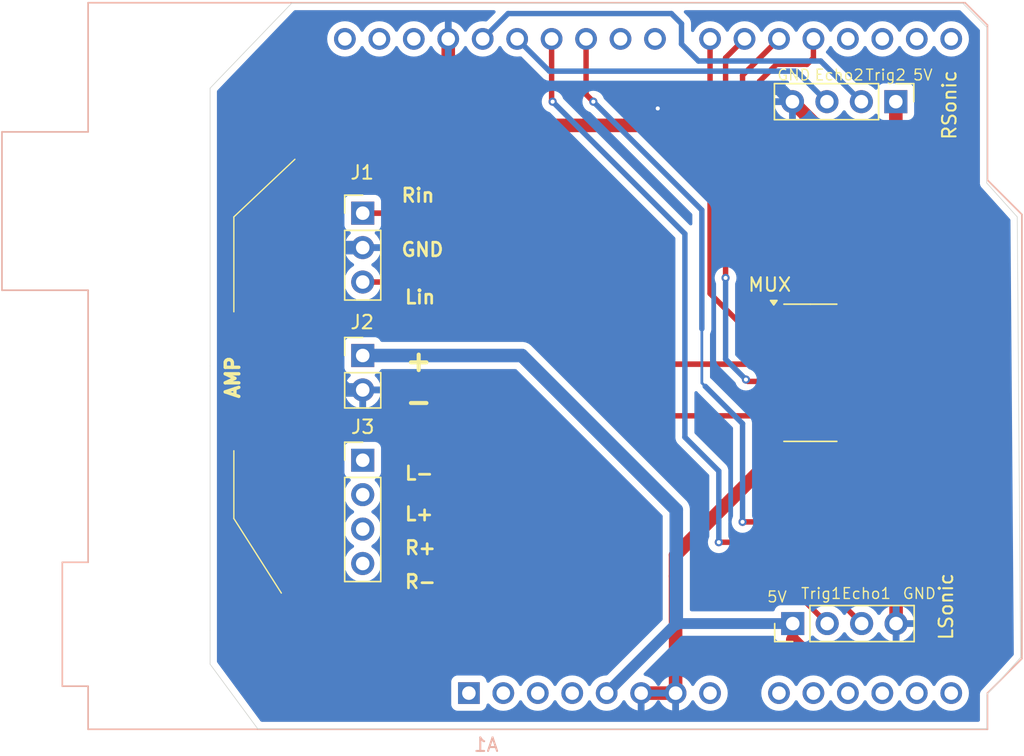
<source format=kicad_pcb>
(kicad_pcb (version 20240108) (generator "pcbnew") (generator_version "8.0")
  (layers (0 "F.Cu" signal) (31 "B.Cu" signal) (34 "B.Paste" user) (35 "F.Paste" user) (36 "B.SilkS" user "B.Silkscreen") (37 "F.SilkS" user "F.Silkscreen") (38 "B.Mask" user) (39 "F.Mask" user) (44 "Edge.Cuts" user))
  (net 0 "")
  (net 19 "GND")
  (net 20 "/SND_IN_R")
  (net 21 "/SND_IN_L")
  (net 32 "+5V")
  (net 33 "/Trig1_pin")
  (net 34 "/Echo1_pin")
  (net 35 "/Trig2_pin")
  (net 36 "/Echo2_pin")
  (net 39 "Net-(A1-D6)")
  (net 40 "Net-(A1-D5)")
  (net 41 "Net-(A1-D4)")
  (net 42 "Net-(A1-D7)")
  (footprint "Connector_PinHeader_2.54mm:PinHeader_1x04_P2.54mm_Vertical" (layer "F.Cu") (at 170.8 53.5 -90)
    (property "Reference" "LSonic" (at 37.25 -3.7 90) (layer "F.SilkS"))
    (property "Value" "Conn_01x04")
    (fp_line (start -1.33 8.95) (end 1.33 8.95) (stroke (width 0.12)) (layer "F.SilkS"))
    (fp_line (start -1.33 1.27) (end -1.33 8.95) (stroke (width 0.12)) (layer "F.SilkS"))
    (fp_line (start -1.33 1.27) (end 1.33 1.27) (stroke (width 0.12)) (layer "F.SilkS"))
    (fp_line (start 1.33 1.27) (end 1.33 8.95) (stroke (width 0.12)) (layer "F.SilkS"))
    (fp_line (start -1.33 0) (end -1.33 -1.33) (stroke (width 0.12)) (layer "F.SilkS"))
    (fp_line (start -1.33 -1.33) (end 0 -1.33) (stroke (width 0.12)) (layer "F.SilkS"))
    (pad "1" thru_hole rect (at 0 0 270) (size 1.7 1.7) (drill 1) (layers "*.Cu" "*.Mask") (net 32 "+5V"))
    (pad "2" thru_hole oval (at 0 2.54 270) (size 1.7 1.7) (drill 1) (layers "*.Cu" "*.Mask") (net 35 "/Trig2_pin"))
    (pad "3" thru_hole oval (at 0 5.08 270) (size 1.7 1.7) (drill 1) (layers "*.Cu" "*.Mask") (net 36 "/Echo2_pin"))
    (pad "4" thru_hole oval (at 0 7.62 270) (size 1.7 1.7) (drill 1) (layers "*.Cu" "*.Mask") (net 19 "GND"))
  )
  (footprint "Connector_PinHeader_2.54mm:PinHeader_1x02_P2.54mm_Vertical" (layer "F.Cu") (at 131.5 72.225)
    (property "Reference" "J2" (at -0.04 -2.46 0) (layer "F.SilkS"))
    (property "Value" "Conn_01x02")
    (fp_line (start -1.33 -1.33) (end 0 -1.33) (stroke (width 0.12)) (layer "F.SilkS"))
    (fp_line (start -1.33 0) (end -1.33 -1.33) (stroke (width 0.12)) (layer "F.SilkS"))
    (fp_line (start -1.33 1.27) (end -1.33 3.87) (stroke (width 0.12)) (layer "F.SilkS"))
    (fp_line (start -1.33 1.27) (end 1.33 1.27) (stroke (width 0.12)) (layer "F.SilkS"))
    (fp_line (start -1.33 3.87) (end 1.33 3.87) (stroke (width 0.12)) (layer "F.SilkS"))
    (fp_line (start 1.33 1.27) (end 1.33 3.87) (stroke (width 0.12)) (layer "F.SilkS"))
    (pad "1" thru_hole rect (at 0 0) (size 1.7 1.7) (drill 1) (layers "*.Cu" "*.Mask") (net 32 "+5V"))
    (pad "2" thru_hole oval (at 0 2.54) (size 1.7 1.7) (drill 1) (layers "*.Cu" "*.Mask") (net 19 "GND"))
  )
  (footprint "Connector_PinHeader_2.54mm:PinHeader_1x03_P2.54mm_Vertical" (layer "F.Cu") (at 131.5 61.725)
    (property "Reference" "J1" (at -0.04 -3 0) (layer "F.SilkS"))
    (property "Value" "Conn_01x03")
    (fp_line (start -1.33 -1.33) (end 0 -1.33) (stroke (width 0.12)) (layer "F.SilkS"))
    (fp_line (start -1.33 0) (end -1.33 -1.33) (stroke (width 0.12)) (layer "F.SilkS"))
    (fp_line (start -1.33 1.27) (end -1.33 6.41) (stroke (width 0.12)) (layer "F.SilkS"))
    (fp_line (start -1.33 1.27) (end 1.33 1.27) (stroke (width 0.12)) (layer "F.SilkS"))
    (fp_line (start -1.33 6.41) (end 1.33 6.41) (stroke (width 0.12)) (layer "F.SilkS"))
    (fp_line (start 1.33 1.27) (end 1.33 6.41) (stroke (width 0.12)) (layer "F.SilkS"))
    (pad "1" thru_hole rect (at 0 0) (size 1.7 1.7) (drill 1) (layers "*.Cu" "*.Mask") (net 20 "/SND_IN_R"))
    (pad "2" thru_hole oval (at 0 2.54) (size 1.7 1.7) (drill 1) (layers "*.Cu" "*.Mask") (net 19 "GND"))
    (pad "3" thru_hole oval (at 0 5.08) (size 1.7 1.7) (drill 1) (layers "*.Cu" "*.Mask") (net 21 "/SND_IN_L"))
  )
  (footprint "Connector_PinHeader_2.54mm:PinHeader_1x04_P2.54mm_Vertical" (layer "F.Cu") (at 163.2 92 90)
    (property "Reference" "RSonic" (at 38.25 11.55 90) (layer "F.SilkS"))
    (property "Value" "Conn_01x04")
    (fp_line (start -1.33 -1.33) (end 0 -1.33) (stroke (width 0.12)) (layer "F.SilkS"))
    (fp_line (start -1.33 0) (end -1.33 -1.33) (stroke (width 0.12)) (layer "F.SilkS"))
    (fp_line (start 1.33 1.27) (end 1.33 8.95) (stroke (width 0.12)) (layer "F.SilkS"))
    (fp_line (start -1.33 1.27) (end 1.33 1.27) (stroke (width 0.12)) (layer "F.SilkS"))
    (fp_line (start -1.33 1.27) (end -1.33 8.95) (stroke (width 0.12)) (layer "F.SilkS"))
    (fp_line (start -1.33 8.95) (end 1.33 8.95) (stroke (width 0.12)) (layer "F.SilkS"))
    (pad "1" thru_hole rect (at 0 0 90) (size 1.7 1.7) (drill 1) (layers "*.Cu" "*.Mask") (net 32 "+5V"))
    (pad "2" thru_hole oval (at 0 2.54 90) (size 1.7 1.7) (drill 1) (layers "*.Cu" "*.Mask") (net 33 "/Trig1_pin"))
    (pad "3" thru_hole oval (at 0 5.08 90) (size 1.7 1.7) (drill 1) (layers "*.Cu" "*.Mask") (net 34 "/Echo1_pin"))
    (pad "4" thru_hole oval (at 0 7.62 90) (size 1.7 1.7) (drill 1) (layers "*.Cu" "*.Mask") (net 19 "GND"))
  )
  (footprint "Connector_PinHeader_2.54mm:PinHeader_1x04_P2.54mm_Vertical" (layer "F.Cu") (at 131.5 79.95)
    (property "Reference" "J3" (at 0 -2.46 0) (layer "F.SilkS"))
    (property "Value" "Conn_01x04")
    (fp_line (start -1.33 -1.33) (end 0 -1.33) (stroke (width 0.12)) (layer "F.SilkS"))
    (fp_line (start -1.33 0) (end -1.33 -1.33) (stroke (width 0.12)) (layer "F.SilkS"))
    (fp_line (start -1.33 1.27) (end -1.33 8.95) (stroke (width 0.12)) (layer "F.SilkS"))
    (fp_line (start -1.33 1.27) (end 1.33 1.27) (stroke (width 0.12)) (layer "F.SilkS"))
    (fp_line (start -1.33 8.95) (end 1.33 8.95) (stroke (width 0.12)) (layer "F.SilkS"))
    (fp_line (start 1.33 1.27) (end 1.33 8.95) (stroke (width 0.12)) (layer "F.SilkS"))
    (pad "1" thru_hole rect (at 0 0) (size 1.7 1.7) (drill 1) (layers "*.Cu" "*.Mask"))
    (pad "2" thru_hole oval (at 0 2.54) (size 1.7 1.7) (drill 1) (layers "*.Cu" "*.Mask"))
    (pad "3" thru_hole oval (at 0 5.08) (size 1.7 1.7) (drill 1) (layers "*.Cu" "*.Mask"))
    (pad "4" thru_hole oval (at 0 7.62) (size 1.7 1.7) (drill 1) (layers "*.Cu" "*.Mask"))
  )
  (footprint "Package_SO:SO-16_3.9x9.9mm_P1.27mm" (layer "F.Cu") (at 164.5 73.5)
    (property "Reference" "MUX" (at -3 -6.5 0) (layer "F.SilkS"))
    (property "Value" "74LS157")
    (fp_line (start 0 -5.06) (end -1.95 -5.06) (stroke (width 0.12)) (layer "F.SilkS"))
    (fp_line (start 0 -5.06) (end 1.95 -5.06) (stroke (width 0.12)) (layer "F.SilkS"))
    (fp_line (start 0 5.06) (end -1.95 5.06) (stroke (width 0.12)) (layer "F.SilkS"))
    (fp_line (start 0 5.06) (end 1.95 5.06) (stroke (width 0.12)) (layer "F.SilkS"))
    (fp_poly (pts (xy -2.7 -5.005) (xy -2.94 -5.335) (xy -2.46 -5.335) (xy -2.7 -5.005)) (stroke (width 0.12)) (fill solid) (layer "F.SilkS"))
    (pad "1" smd roundrect (at -2.575 -4.445) (size 1.75 0.6) (layers "F.Cu" "F.Paste" "F.Mask") (net 41 "Net-(A1-D4)"))
    (pad "2" smd roundrect (at -2.575 -3.175) (size 1.75 0.6) (layers "F.Cu" "F.Paste" "F.Mask") (net 40 "Net-(A1-D5)"))
    (pad "3" smd roundrect (at -2.575 -1.905) (size 1.75 0.6) (layers "F.Cu" "F.Paste" "F.Mask") (net 42 "Net-(A1-D7)"))
    (pad "4" smd roundrect (at -2.575 -0.635) (size 1.75 0.6) (layers "F.Cu" "F.Paste" "F.Mask") (net 20 "/SND_IN_R"))
    (pad "5" smd roundrect (at -2.575 0.635) (size 1.75 0.6) (layers "F.Cu" "F.Paste" "F.Mask") (net 39 "Net-(A1-D6)"))
    (pad "6" smd roundrect (at -2.575 1.905) (size 1.75 0.6) (layers "F.Cu" "F.Paste" "F.Mask") (net 42 "Net-(A1-D7)"))
    (pad "7" smd roundrect (at -2.575 3.175) (size 1.75 0.6) (layers "F.Cu" "F.Paste" "F.Mask") (net 21 "/SND_IN_L"))
    (pad "8" smd roundrect (at -2.575 4.445) (size 1.75 0.6) (layers "F.Cu" "F.Paste" "F.Mask") (net 19 "GND"))
    (pad "9" smd roundrect (at 2.575 4.445) (size 1.75 0.6) (layers "F.Cu" "F.Paste" "F.Mask"))
    (pad "10" smd roundrect (at 2.575 3.175) (size 1.75 0.6) (layers "F.Cu" "F.Paste" "F.Mask"))
    (pad "11" smd roundrect (at 2.575 1.905) (size 1.75 0.6) (layers "F.Cu" "F.Paste" "F.Mask"))
    (pad "12" smd roundrect (at 2.575 0.635) (size 1.75 0.6) (layers "F.Cu" "F.Paste" "F.Mask"))
    (pad "13" smd roundrect (at 2.575 -0.635) (size 1.75 0.6) (layers "F.Cu" "F.Paste" "F.Mask"))
    (pad "14" smd roundrect (at 2.575 -1.905) (size 1.75 0.6) (layers "F.Cu" "F.Paste" "F.Mask"))
    (pad "15" smd roundrect (at 2.575 -3.175) (size 1.75 0.6) (layers "F.Cu" "F.Paste" "F.Mask") (net 19 "GND"))
    (pad "16" smd roundrect (at 2.575 -4.445) (size 1.75 0.6) (layers "F.Cu" "F.Paste" "F.Mask") (net 32 "+5V"))
  )
  (footprint "Module:Arduino_UNO_R3" (layer "B.Cu") (at 139.325 97.13)
    (property "Reference" "A1" (at 1.27 3.81 0) (layer "B.SilkS") (effects (justify mirror)))
    (property "Value" "Arduino_UNO_R3")
    (fp_line (start -34.42 -41.4) (end -34.42 -29.72) (stroke (width 0.12)) (layer "B.SilkS"))
    (fp_line (start -34.42 -29.72) (end -28.07 -29.72) (stroke (width 0.12)) (layer "B.SilkS"))
    (fp_line (start -29.97 -9.65) (end -29.97 -0.51) (stroke (width 0.12)) (layer "B.SilkS"))
    (fp_line (start -29.97 -0.51) (end -28.07 -0.51) (stroke (width 0.12)) (layer "B.SilkS"))
    (fp_line (start -28.07 -50.93) (end -28.07 -41.4) (stroke (width 0.12)) (layer "B.SilkS"))
    (fp_line (start -28.07 -41.4) (end -34.42 -41.4) (stroke (width 0.12)) (layer "B.SilkS"))
    (fp_line (start -28.07 -29.72) (end -28.07 -9.65) (stroke (width 0.12)) (layer "B.SilkS"))
    (fp_line (start -28.07 -9.65) (end -29.97 -9.65) (stroke (width 0.12)) (layer "B.SilkS"))
    (fp_line (start -28.07 -0.51) (end -28.07 2.67) (stroke (width 0.12)) (layer "B.SilkS"))
    (fp_line (start -28.07 2.67) (end 38.23 2.67) (stroke (width 0.12)) (layer "B.SilkS"))
    (fp_line (start 36.58 -50.93) (end -28.07 -50.93) (stroke (width 0.12)) (layer "B.SilkS"))
    (fp_line (start 38.23 -49.28) (end 36.58 -50.93) (stroke (width 0.12)) (layer "B.SilkS"))
    (fp_line (start 38.23 -37.85) (end 38.23 -49.28) (stroke (width 0.12)) (layer "B.SilkS"))
    (fp_line (start 38.23 0) (end 40.77 -2.54) (stroke (width 0.12)) (layer "B.SilkS"))
    (fp_line (start 38.23 2.67) (end 38.23 0) (stroke (width 0.12)) (layer "B.SilkS"))
    (fp_line (start 40.77 -35.31) (end 38.23 -37.85) (stroke (width 0.12)) (layer "B.SilkS"))
    (fp_line (start 40.77 -2.54) (end 40.77 -35.31) (stroke (width 0.12)) (layer "B.SilkS"))
    (pad "1" thru_hole rect (at 0 0 270) (size 1.6 1.6) (drill 1) (layers "*.Cu" "*.Mask"))
    (pad "2" thru_hole oval (at 2.54 0 270) (size 1.6 1.6) (drill 1) (layers "*.Cu" "*.Mask"))
    (pad "3" thru_hole oval (at 5.08 0 270) (size 1.6 1.6) (drill 1) (layers "*.Cu" "*.Mask"))
    (pad "4" thru_hole oval (at 7.62 0 270) (size 1.6 1.6) (drill 1) (layers "*.Cu" "*.Mask"))
    (pad "5" thru_hole oval (at 10.16 0 270) (size 1.6 1.6) (drill 1) (layers "*.Cu" "*.Mask") (net 32 "+5V"))
    (pad "6" thru_hole oval (at 12.7 0 270) (size 1.6 1.6) (drill 1) (layers "*.Cu" "*.Mask") (net 19 "GND"))
    (pad "7" thru_hole oval (at 15.24 0 270) (size 1.6 1.6) (drill 1) (layers "*.Cu" "*.Mask") (net 19 "GND"))
    (pad "8" thru_hole oval (at 17.78 0 270) (size 1.6 1.6) (drill 1) (layers "*.Cu" "*.Mask"))
    (pad "9" thru_hole oval (at 22.86 0 270) (size 1.6 1.6) (drill 1) (layers "*.Cu" "*.Mask"))
    (pad "10" thru_hole oval (at 25.4 0 270) (size 1.6 1.6) (drill 1) (layers "*.Cu" "*.Mask"))
    (pad "11" thru_hole oval (at 27.94 0 270) (size 1.6 1.6) (drill 1) (layers "*.Cu" "*.Mask"))
    (pad "12" thru_hole oval (at 30.48 0 270) (size 1.6 1.6) (drill 1) (layers "*.Cu" "*.Mask"))
    (pad "13" thru_hole oval (at 33.02 0 270) (size 1.6 1.6) (drill 1) (layers "*.Cu" "*.Mask"))
    (pad "14" thru_hole oval (at 35.56 0 270) (size 1.6 1.6) (drill 1) (layers "*.Cu" "*.Mask"))
    (pad "15" thru_hole oval (at 35.56 -48.26 270) (size 1.6 1.6) (drill 1) (layers "*.Cu" "*.Mask"))
    (pad "16" thru_hole oval (at 33.02 -48.26 270) (size 1.6 1.6) (drill 1) (layers "*.Cu" "*.Mask"))
    (pad "17" thru_hole oval (at 30.48 -48.26 270) (size 1.6 1.6) (drill 1) (layers "*.Cu" "*.Mask"))
    (pad "18" thru_hole oval (at 27.94 -48.26 270) (size 1.6 1.6) (drill 1) (layers "*.Cu" "*.Mask"))
    (pad "19" thru_hole oval (at 25.4 -48.26 270) (size 1.6 1.6) (drill 1) (layers "*.Cu" "*.Mask") (net 41 "Net-(A1-D4)"))
    (pad "20" thru_hole oval (at 22.86 -48.26 270) (size 1.6 1.6) (drill 1) (layers "*.Cu" "*.Mask") (net 40 "Net-(A1-D5)"))
    (pad "21" thru_hole oval (at 20.32 -48.26 270) (size 1.6 1.6) (drill 1) (layers "*.Cu" "*.Mask") (net 39 "Net-(A1-D6)"))
    (pad "22" thru_hole oval (at 17.78 -48.26 270) (size 1.6 1.6) (drill 1) (layers "*.Cu" "*.Mask") (net 42 "Net-(A1-D7)"))
    (pad "23" thru_hole oval (at 13.72 -48.26 270) (size 1.6 1.6) (drill 1) (layers "*.Cu" "*.Mask"))
    (pad "24" thru_hole oval (at 11.18 -48.26 270) (size 1.6 1.6) (drill 1) (layers "*.Cu" "*.Mask"))
    (pad "25" thru_hole oval (at 8.64 -48.26 270) (size 1.6 1.6) (drill 1) (layers "*.Cu" "*.Mask") (net 34 "/Echo1_pin"))
    (pad "26" thru_hole oval (at 6.1 -48.26 270) (size 1.6 1.6) (drill 1) (layers "*.Cu" "*.Mask") (net 33 "/Trig1_pin"))
    (pad "27" thru_hole oval (at 3.56 -48.26 270) (size 1.6 1.6) (drill 1) (layers "*.Cu" "*.Mask") (net 36 "/Echo2_pin"))
    (pad "28" thru_hole oval (at 1.02 -48.26 270) (size 1.6 1.6) (drill 1) (layers "*.Cu" "*.Mask") (net 35 "/Trig2_pin"))
    (pad "29" thru_hole oval (at -1.52 -48.26 270) (size 1.6 1.6) (drill 1) (layers "*.Cu" "*.Mask") (net 19 "GND"))
    (pad "30" thru_hole oval (at -4.06 -48.26 270) (size 1.6 1.6) (drill 1) (layers "*.Cu" "*.Mask"))
    (pad "31" thru_hole oval (at -6.6 -48.26 270) (size 1.6 1.6) (drill 1) (layers "*.Cu" "*.Mask"))
    (pad "32" thru_hole oval (at -9.14 -48.26 270) (size 1.6 1.6) (drill 1) (layers "*.Cu" "*.Mask"))
  )
  (gr_line (start 122 84.25) (end 125.5 89.75) (stroke (width 0.1)) (layer "F.SilkS"))
  (gr_line (start 126.5 57.75) (end 122 62) (stroke (width 0.1)) (layer "F.SilkS"))
  (gr_line (start 122 79.25) (end 122 84.25) (stroke (width 0.1)) (layer "F.SilkS"))
  (gr_line (start 122 62) (end 122 69) (stroke (width 0.1)) (layer "F.SilkS"))
  (gr_line (start 179.75 62) (end 177.5 59.5) (stroke (width 0.05)) (layer "Edge.Cuts"))
  (gr_line (start 120.25 73) (end 120.25 52.5) (stroke (width 0.05)) (layer "Edge.Cuts"))
  (gr_line (start 180 94.5) (end 179.75 62) (stroke (width 0.05)) (layer "Edge.Cuts"))
  (gr_line (start 120.25 92.5) (end 120.25 95) (stroke (width 0.05)) (layer "Edge.Cuts"))
  (gr_line (start 177.5 59.5) (end 177.5 48) (stroke (width 0.05)) (layer "Edge.Cuts"))
  (gr_line (start 177.5 48) (end 175.75 46.25) (stroke (width 0.05)) (layer "Edge.Cuts"))
  (gr_line (start 177.5 97.25) (end 180 94.5) (stroke (width 0.05)) (layer "Edge.Cuts"))
  (gr_line (start 126.25 46.25) (end 175.75 46.25) (stroke (width 0.05)) (layer "Edge.Cuts"))
  (gr_line (start 123.75 99.75) (end 177.5 99.75) (stroke (width 0.05)) (layer "Edge.Cuts"))
  (gr_line (start 120.25 95) (end 123.75 99.75) (stroke (width 0.05)) (layer "Edge.Cuts"))
  (gr_line (start 177.5 99.75) (end 177.5 97.25) (stroke (width 0.05)) (layer "Edge.Cuts"))
  (gr_line (start 120.25 52.5) (end 126.25 46.25) (stroke (width 0.05)) (layer "Edge.Cuts"))
  (gr_line (start 120.25 73) (end 120.25 92.5) (stroke (width 0.05)) (layer "Edge.Cuts"))
  (gr_text "Echo2" (at 164.75 52 0) (layer "F.SilkS") (effects (font (size 0.8 0.8) (thickness 0.1)) (justify left bottom)))
  (gr_text "AMP" (at 122.5 75.5 90) (layer "F.SilkS") (effects (font (size 1 1) (thickness 0.25) (bold yes)) (justify left bottom)))
  (gr_text "Rin" (at 134.25 61 0) (layer "F.SilkS") (effects (font (size 1 1) (thickness 0.2) (bold yes)) (justify left bottom)))
  (gr_text "Trig2" (at 168.5 52 0) (layer "F.SilkS") (effects (font (size 0.8 0.8) (thickness 0.1)) (justify left bottom)))
  (gr_text "Lin" (at 134.5 68.5 0) (layer "F.SilkS") (effects (font (size 1 1) (thickness 0.2) (bold yes)) (justify left bottom)))
  (gr_text "L-" (at 134.5 81.5 0) (layer "F.SilkS") (effects (font (size 1 1) (thickness 0.2) (bold yes)) (justify left bottom)))
  (gr_text "L+" (at 134.5 84.5 0) (layer "F.SilkS") (effects (font (size 1 1) (thickness 0.2) (bold yes)) (justify left bottom)))
  (gr_text "R-" (at 134.5 89.5 0) (layer "F.SilkS") (effects (font (size 1 1) (thickness 0.2) (bold yes)) (justify left bottom)))
  (gr_text "+" (at 134.5 73.5 0) (layer "F.SilkS") (effects (font (size 1.5 1.5) (thickness 0.3) (bold yes)) (justify left bottom)))
  (gr_text "Trig1" (at 163.75 90.25 0) (layer "F.SilkS") (effects (font (size 0.8 0.8) (thickness 0.1)) (justify left bottom)))
  (gr_text "GND" (at 134.25 65 0) (layer "F.SilkS") (effects (font (size 1 1) (thickness 0.2) (bold yes)) (justify left bottom)))
  (gr_text "-" (at 134.5 76.5 0) (layer "F.SilkS") (effects (font (size 1.5 1.5) (thickness 0.3) (bold yes)) (justify left bottom)))
  (gr_text "GND" (at 162 52 0) (layer "F.SilkS") (effects (font (size 0.8 0.8) (thickness 0.1)) (justify left bottom)))
  (gr_text "GND" (at 171.25 90.25 0) (layer "F.SilkS") (effects (font (size 0.8 0.8) (thickness 0.1)) (justify left bottom)))
  (gr_text "5V" (at 172 52 0) (layer "F.SilkS") (effects (font (size 0.8 0.8) (thickness 0.1)) (justify left bottom)))
  (gr_text "R+" (at 134.5 87 0) (layer "F.SilkS") (effects (font (size 1 1) (thickness 0.2) (bold yes)) (justify left bottom)))
  (gr_text "5V" (at 161.25 90.5 0) (layer "F.SilkS") (effects (font (size 0.8 0.8) (thickness 0.1)) (justify left bottom)))
  (gr_text "Echo1" (at 166.75 90.25 0) (layer "F.SilkS") (effects (font (size 0.8 0.8) (thickness 0.1)) (justify left bottom)))
  (segment (start 153.25 54) (end 152 55.25) (width 1) (layer "F.Cu") (net 19))
  (segment (start 162.799999 77.945) (end 165.25 75.494999) (width 1) (layer "F.Cu") (net 19))
  (segment (start 165.25 75.494999) (end 165.25 69.5) (width 1) (layer "F.Cu") (net 19))
  (segment (start 154.565 86.935) (end 154.565 88.5) (width 1) (layer "F.Cu") (net 19))
  (segment (start 161.925 79.575) (end 154.565 86.935) (width 1) (layer "F.Cu") (net 19))
  (segment (start 165.25 55.57) (end 163.18 53.5) (width 1) (layer "F.Cu") (net 19))
  (segment (start 166.075 70.325) (end 165.25 69.5) (width 0.8) (layer "F.Cu") (net 19))
  (segment (start 167.075 70.325) (end 166.075 70.325) (width 0.8) (layer "F.Cu") (net 19))
  (segment (start 128.25 63.5) (end 128.25 56.5) (width 1) (layer "F.Cu") (net 19))
  (segment (start 154.565 88.5) (end 154.565 97.13) (width 1) (layer "F.Cu") (net 19))
  (segment (start 161.925 77.945) (end 161.925 79.575) (width 0.6) (layer "F.Cu") (net 19))
  (segment (start 161.925 77.945) (end 162.799999 77.945) (width 0.2) (layer "F.Cu") (net 19))
  (segment (start 167.949999 70.325) (end 170.82 73.195001) (width 1) (layer "F.Cu") (net 19))
  (segment (start 167.075 70.325) (end 167.949999 70.325) (width 0.8) (layer "F.Cu") (net 19))
  (segment (start 137.805 51.805) (end 137.805 48.87) (width 1) (layer "F.Cu") (net 19))
  (segment (start 152 55.25) (end 141.25 55.25) (width 1) (layer "F.Cu") (net 19))
  (segment (start 141.25 55.25) (end 137.805 51.805) (width 1) (layer "F.Cu") (net 19))
  (segment (start 129.015 64.265) (end 128.25 63.5) (width 1) (layer "F.Cu") (net 19))
  (segment (start 131.5 64.265) (end 129.015 64.265) (width 1) (layer "F.Cu") (net 19))
  (segment (start 170.82 73.195001) (end 170.82 92) (width 1) (layer "F.Cu") (net 19))
  (segment (start 128.25 56.5) (end 132.945 51.805) (width 1) (layer "F.Cu") (net 19))
  (segment (start 152.025 97.13) (end 154.565 97.13) (width 1) (layer "F.Cu") (net 19))
  (segment (start 165.25 69.5) (end 165.25 55.57) (width 1) (layer "F.Cu") (net 19))
  (segment (start 132.945 51.805) (end 137.805 51.805) (width 1) (layer "F.Cu") (net 19))
  (via (at 153.25 54) (size 0.6) (drill 0.3) (layers "F.Cu" "B.Cu") (net 19))
  (segment (start 131.5 64.265) (end 129.985 64.265) (width 1) (layer "B.Cu") (net 19))
  (segment (start 130.297919 74.765) (end 131.5 74.765) (width 1) (layer "B.Cu") (net 19))
  (segment (start 163.18 53.5) (end 162.18 52.5) (width 1) (layer "B.Cu") (net 19))
  (segment (start 154.75 52.5) (end 153.25 54) (width 1) (layer "B.Cu") (net 19))
  (segment (start 127.75 72.217081) (end 130.297919 74.765) (width 1) (layer "B.Cu") (net 19))
  (segment (start 127.75 66.5) (end 127.75 72.217081) (width 1) (layer "B.Cu") (net 19))
  (segment (start 129.985 64.265) (end 127.75 66.5) (width 1) (layer "B.Cu") (net 19))
  (segment (start 162.18 52.5) (end 154.75 52.5) (width 1) (layer "B.Cu") (net 19))
  (segment (start 138.975 61.725) (end 131.5 61.725) (width 0.41) (layer "F.Cu") (net 20))
  (segment (start 161.925 72.865) (end 150.115 72.865) (width 0.41) (layer "F.Cu") (net 20))
  (segment (start 150.115 72.865) (end 138.975 61.725) (width 0.41) (layer "F.Cu") (net 20))
  (segment (start 149.675 76.675) (end 139.805 66.805) (width 0.4) (layer "F.Cu") (net 21))
  (segment (start 161.925 76.675) (end 149.675 76.675) (width 0.4) (layer "F.Cu") (net 21))
  (segment (start 139.805 66.805) (end 131.5 66.805) (width 0.4) (layer "F.Cu") (net 21))
  (segment (start 176.25 72.4) (end 176.25 93) (width 1) (layer "F.Cu") (net 32))
  (segment (start 176.25 93) (end 174.25 95) (width 1) (layer "F.Cu") (net 32))
  (segment (start 165 95) (end 163.2 93.2) (width 1) (layer "F.Cu") (net 32))
  (segment (start 174.25 95) (end 165 95) (width 1) (layer "F.Cu") (net 32))
  (segment (start 170.8 53.5) (end 170.8 66.95) (width 1) (layer "F.Cu") (net 32))
  (segment (start 168.695 69.055) (end 168.75 69) (width 0.2) (layer "F.Cu") (net 32))
  (segment (start 167.075 69.055) (end 168.695 69.055) (width 0.8) (layer "F.Cu") (net 32))
  (segment (start 163.2 93.2) (end 163.2 92) (width 0.8) (layer "F.Cu") (net 32))
  (segment (start 170.8 66.95) (end 176.25 72.4) (width 1) (layer "F.Cu") (net 32))
  (segment (start 170.8 66.95) (end 168.75 69) (width 1) (layer "F.Cu") (net 32))
  (segment (start 143.225 72.225) (end 154.615 83.615) (width 1) (layer "B.Cu") (net 32))
  (segment (start 154.615 92) (end 149.485 97.13) (width 0.8) (layer "B.Cu") (net 32))
  (segment (start 163.2 92) (end 154.615 92) (width 0.8) (layer "B.Cu") (net 32))
  (segment (start 131.5 72.225) (end 143.225 72.225) (width 1) (layer "B.Cu") (net 32))
  (segment (start 154.615 83.615) (end 154.615 92) (width 1) (layer "B.Cu") (net 32))
  (segment (start 145.425 48.87) (end 145.425 53.425) (width 0.4) (layer "F.Cu") (net 33))
  (segment (start 145.425 53.425) (end 145.5 53.5) (width 0.2) (layer "F.Cu") (net 33))
  (segment (start 159.74 86) (end 157.75 86) (width 0.4) (layer "F.Cu") (net 33))
  (segment (start 165.74 92) (end 159.74 86) (width 0.4) (layer "F.Cu") (net 33))
  (via (at 157.75 86) (size 0.6) (drill 0.3) (layers "F.Cu" "B.Cu") (net 33))
  (via (at 145.5 53.5) (size 0.6) (drill 0.3) (layers "F.Cu" "B.Cu") (net 33))
  (segment (start 157.75 80.75) (end 155.25 78.25) (width 0.4) (layer "B.Cu") (net 33))
  (segment (start 155.25 63.25) (end 145.5 53.5) (width 0.4) (layer "B.Cu") (net 33))
  (segment (start 155.25 78.25) (end 155.25 63.25) (width 0.4) (layer "B.Cu") (net 33))
  (segment (start 157.75 86) (end 157.75 80.75) (width 0.4) (layer "B.Cu") (net 33))
  (segment (start 160.78 84.5) (end 159.5 84.5) (width 0.4) (layer "F.Cu") (net 34))
  (segment (start 148.5 53.5) (end 147.965 52.965) (width 0.4) (layer "F.Cu") (net 34))
  (segment (start 147.965 52.965) (end 147.965 48.87) (width 0.4) (layer "F.Cu") (net 34))
  (segment (start 168.28 92) (end 160.78 84.5) (width 0.4) (layer "F.Cu") (net 34))
  (via (at 148.5 53.5) (size 0.6) (drill 0.3) (layers "F.Cu" "B.Cu") (net 34))
  (via (at 159.5 84.5) (size 0.6) (drill 0.3) (layers "F.Cu" "B.Cu") (net 34))
  (segment (start 156.75 74.5) (end 156.5 74.25) (width 0.2) (layer "B.Cu") (net 34))
  (segment (start 156.5 70.25) (end 156.5 61.5) (width 0.4) (layer "B.Cu") (net 34))
  (segment (start 156.5 61.5) (end 148.5 53.5) (width 0.4) (layer "B.Cu") (net 34))
  (segment (start 156.5 74.25) (end 156.5 70.25) (width 0.2) (layer "B.Cu") (net 34))
  (segment (start 159.5 84.5) (end 159.5 77.25) (width 0.4) (layer "B.Cu") (net 34))
  (segment (start 159.5 77.25) (end 156.75 74.5) (width 0.4) (layer "B.Cu") (net 34))
  (segment (start 142.215 47) (end 140.345 48.87) (width 0.4) (layer "B.Cu") (net 35))
  (segment (start 165.26 50.5) (end 156.25 50.5) (width 0.4) (layer "B.Cu") (net 35))
  (segment (start 155 47.75) (end 154.25 47) (width 0.4) (layer "B.Cu") (net 35))
  (segment (start 154.25 47) (end 142.215 47) (width 0.4) (layer "B.Cu") (net 35))
  (segment (start 156.25 50.5) (end 155 49.25) (width 0.4) (layer "B.Cu") (net 35))
  (segment (start 168.26 53.5) (end 165.26 50.5) (width 0.4) (layer "B.Cu") (net 35))
  (segment (start 155 49.25) (end 155 47.75) (width 0.4) (layer "B.Cu") (net 35))
  (segment (start 145.265 51.25) (end 142.885 48.87) (width 0.4) (layer "B.Cu") (net 36))
  (segment (start 165.72 53.5) (end 163.47 51.25) (width 0.4) (layer "B.Cu") (net 36))
  (segment (start 163.47 51.25) (end 145.265 51.25) (width 0.4) (layer "B.Cu") (net 36))
  (segment (start 159.645 48.87) (end 158.25 50.265) (width 0.4) (layer "F.Cu") (net 39))
  (segment (start 159.75 74) (end 159.885 74.135) (width 0.2) (layer "F.Cu") (net 39))
  (segment (start 158.25 50.265) (end 158.25 66.5) (width 0.4) (layer "F.Cu") (net 39))
  (segment (start 159.885 74.135) (end 161.925 74.135) (width 0.4) (layer "F.Cu") (net 39))
  (via (at 159.75 74) (size 0.6) (drill 0.3) (layers "F.Cu" "B.Cu") (net 39))
  (via (at 158.25 66.5) (size 0.6) (drill 0.3) (layers "F.Cu" "B.Cu") (net 39))
  (segment (start 158.25 72.5) (end 159.75 74) (width 0.4) (layer "B.Cu") (net 39))
  (segment (start 158.25 66.5) (end 158.25 72.5) (width 0.4) (layer "B.Cu") (net 39))
  (segment (start 160.825 70.325) (end 159.5 69) (width 0.4) (layer "F.Cu") (net 40))
  (segment (start 161.925 70.325) (end 160.825 70.325) (width 0.4) (layer "F.Cu") (net 40))
  (segment (start 159.5 51.555) (end 162.185 48.87) (width 0.4) (layer "F.Cu") (net 40))
  (segment (start 159.5 69) (end 159.5 51.555) (width 0.4) (layer "F.Cu") (net 40))
  (segment (start 162 50.75) (end 160.75 52) (width 0.4) (layer "F.Cu") (net 41))
  (segment (start 160.75 67.88) (end 161.925 69.055) (width 0.4) (layer "F.Cu") (net 41))
  (segment (start 164.725 50.275) (end 164.25 50.75) (width 0.4) (layer "F.Cu") (net 41))
  (segment (start 164.725 48.87) (end 164.725 50.275) (width 0.4) (layer "F.Cu") (net 41))
  (segment (start 164.25 50.75) (end 162 50.75) (width 0.4) (layer "F.Cu") (net 41))
  (segment (start 160.75 52) (end 160.75 67.88) (width 0.4) (layer "F.Cu") (net 41))
  (segment (start 157.105 48.87) (end 157.105 67.649999) (width 0.4) (layer "F.Cu") (net 42))
  (segment (start 157.105 67.649999) (end 161.050001 71.595) (width 0.4) (layer "F.Cu") (net 42))
  (segment (start 161.050001 71.595) (end 161.925 71.595) (width 0.2) (layer "F.Cu") (net 42))
  (zone (net 19) (net_name "GND") (layer "B.Cu") (connect_pads thru_hole_only (clearance 0.5)) (min_thickness 0.25) (fill yes (thermal_gap 0.5) (thermal_bridge_width 0.5))
    (polygon (pts (xy 111.25 46.25) (xy 111.25 99.75) (xy 177.75 99.75) (xy 177.75 97.25) (xy 180.25 94.5) (xy 180 61.75) (xy 177.5 59.25) (xy 177.5 47.75) (xy 175.75 46)))
  )
)
</source>
